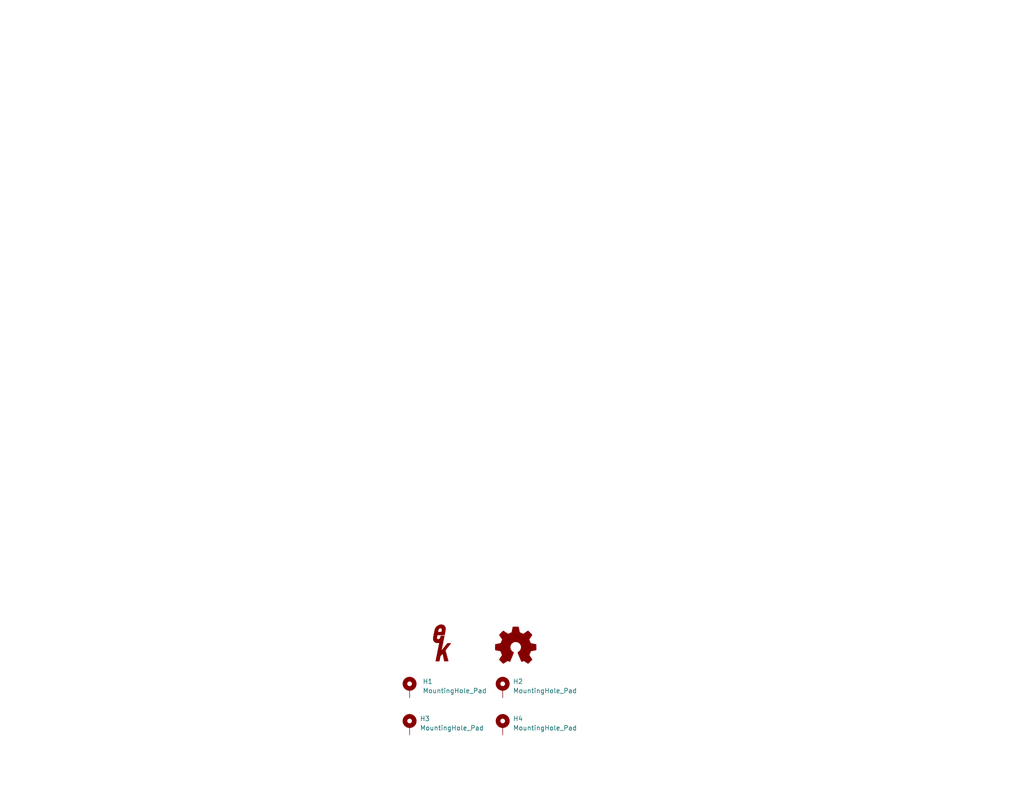
<source format=kicad_sch>
(kicad_sch (version 20230121) (generator eeschema)
  (paper "USLetter")
  (title_block (title "Project Yamhill") (rev "A") (company "Etherkit LLC"))
  (lib_symbols
    (symbol "EtherkitKicadLibrary:LOGO" (pin_names (offset 1.016))
      (symbol "LOGO_0_0"
        (polyline (pts (xy -0.7475 -4.875) (xy -0.7392 -4.83) (xy -0.7178 -4.7189) (xy -0.6879 -4.5659) (xy -0.6523 -4.3851) (xy -0.6135 -4.1903) (xy -0.5018 -3.6307) (xy -0.197 -3.2903) (xy -0.1646 -3.2542) (xy -0.0551 -3.1338) (xy 0.0366 -3.0352) (xy 0.1017 -2.9677) (xy 0.1315 -2.9408) (xy 0.1365 -2.9489) (xy 0.155 -3.0102) (xy 0.1838 -3.125) (xy 0.2211 -3.2856) (xy 0.2651 -3.4844) (xy 0.3142 -3.7137) (xy 0.3664 -3.9658) (xy 0.5778 -5) (xy 1.1222 -5) (xy 1.2378 -4.9996) (xy 1.4316 -4.9961) (xy 1.5649 -4.989) (xy 1.6419 -4.9777) (xy 1.6666 -4.9622) (xy 1.663 -4.9437) (xy 1.6438 -4.8666) (xy 1.6098 -4.7364) (xy 1.5628 -4.5598) (xy 1.5046 -4.3435) (xy 1.437 -4.0944) (xy 1.3618 -3.8192) (xy 1.2809 -3.5246) (xy 1.2287 -3.3348) (xy 1.1509 -3.0506) (xy 1.0799 -2.7894) (xy 1.0175 -2.5581) (xy 0.9656 -2.3637) (xy 0.926 -2.2129) (xy 0.9005 -2.1127) (xy 0.891 -2.0698) (xy 0.9054 -2.0396) (xy 0.9573 -1.9618) (xy 1.0423 -1.844) (xy 1.1559 -1.6925) (xy 1.2932 -1.5137) (xy 1.4495 -1.3137) (xy 1.6201 -1.099) (xy 1.7685 -0.9135) (xy 1.9293 -0.7119) (xy 2.0731 -0.5312) (xy 2.1948 -0.3776) (xy 2.2896 -0.2573) (xy 2.3525 -0.1766) (xy 2.3786 -0.1416) (xy 2.3787 -0.1415) (xy 2.3748 -0.1247) (xy 2.3346 -0.1129) (xy 2.2506 -0.1052) (xy 2.1151 -0.1012) (xy 1.9205 -0.1) (xy 1.4372 -0.1) (xy 0.6284 -1.132) (xy 0.5759 -1.1989) (xy 0.4011 -1.4209) (xy 0.2406 -1.6235) (xy 0.0987 -1.8012) (xy -0.02 -1.9484) (xy -0.1111 -2.0596) (xy -0.1701 -2.1292) (xy -0.1926 -2.1518) (xy -0.1923 -2.147) (xy -0.1832 -2.0918) (xy -0.1629 -1.9807) (xy -0.1327 -1.8203) (xy -0.0939 -1.6176) (xy -0.048 -1.3794) (xy 0.0038 -1.1127) (xy 0.0601 -0.8241) (xy 0.1194 -0.5207) (xy 0.1806 -0.2092) (xy 0.2422 0.1034) (xy 0.303 0.4104) (xy 0.3614 0.7049) (xy 0.4163 0.98) (xy 0.4662 1.2289) (xy 0.5098 1.4447) (xy 0.5457 1.6206) (xy 0.5727 1.7496) (xy 0.5893 1.825) (xy 0.6072 1.9) (xy 0.1073 1.9) (xy -0.3925 1.9) (xy -0.4342 1.675) (xy -0.499 1.4316) (xy -0.6002 1.2291) (xy -0.7342 1.0838) (xy -0.9006 0.9961) (xy -1.0987 0.9667) (xy -1.1609 0.974) (xy -1.2874 1.0299) (xy -1.3917 1.1269) (xy -1.4526 1.2482) (xy -1.4564 1.2857) (xy -1.4504 1.3934) (xy -1.4298 1.5453) (xy -1.3961 1.7283) (xy -1.3167 2.1167) (xy -0.3327 2.1255) (xy 0.6514 2.1344) (xy 0.7958 2.8849) (xy 0.8025 2.9198) (xy 0.8589 3.2262) (xy 0.8991 3.4782) (xy 0.9233 3.6852) (xy 0.9317 3.8567) (xy 0.9241 4.0019) (xy 0.9007 4.1304) (xy 0.8616 4.2514) (xy 0.8069 4.3744) (xy 0.7638 4.4545) (xy 0.6047 4.6644) (xy 0.4032 4.823) (xy 0.1589 4.9308) (xy -0.1287 4.9878) (xy -0.1579 4.9905) (xy -0.4377 4.9806) (xy -0.7232 4.9128) (xy -1.0046 4.7932) (xy -1.272 4.6277) (xy -1.5155 4.4223) (xy -1.7252 4.183) (xy -1.8913 3.9159) (xy -1.9165 3.8634) (xy -1.9482 3.787) (xy -1.9792 3.6966) (xy -2.0114 3.5851) (xy -2.0466 3.4449) (xy -2.0866 3.2687) (xy -2.1333 3.049) (xy -2.1498 2.968) (xy -1.1571 2.968) (xy -1.1549 2.9908) (xy -1.1525 2.9998) (xy -1.1352 3.0719) (xy -1.1099 3.1842) (xy -1.0812 3.3167) (xy -1.0754 3.3437) (xy -1.0195 3.5554) (xy -0.9547 3.7135) (xy -0.875 3.8295) (xy -0.7744 3.9152) (xy -0.6845 3.9662) (xy -0.5192 4.019) (xy -0.3652 4.0182) (xy -0.2331 3.9646) (xy -0.1335 3.8592) (xy -0.1289 3.8513) (xy -0.0862 3.7421) (xy -0.0719 3.6042) (xy -0.086 3.427) (xy -0.1282 3.2) (xy -0.1834 2.95) (xy -0.6776 2.9408) (xy -0.721 2.94) (xy -0.8996 2.9375) (xy -1.023 2.938) (xy -1.1007 2.9426) (xy -1.1422 2.9523) (xy -1.1571 2.968) (xy -2.1498 2.968) (xy -2.1885 2.7786) (xy -2.254 2.45) (xy -2.2784 2.3256) (xy -2.3436 1.9784) (xy -2.393 1.6859) (xy -2.4271 1.4409) (xy -2.4464 1.2359) (xy -2.4514 1.0636) (xy -2.4429 0.9165) (xy -2.4212 0.7874) (xy -2.3869 0.6687) (xy -2.3194 0.5275) (xy -2.1842 0.3503) (xy -2.0088 0.1938) (xy -1.8079 0.073) (xy -1.7593 0.0508) (xy -1.6803 0.0201) (xy -1.6007 0.0004) (xy -1.504 -0.0106) (xy -1.3737 -0.0155) (xy -1.1932 -0.0166) (xy -1.0296 -0.017) (xy -0.908 -0.0195) (xy -0.8331 -0.0256) (xy -0.7946 -0.0372) (xy -0.7822 -0.0558) (xy -0.7855 -0.0833) (xy -0.7943 -0.1252) (xy -0.8147 -0.2255) (xy -0.8455 -0.3779) (xy -0.8854 -0.5764) (xy -0.9333 -0.8146) (xy -0.9878 -1.0864) (xy -1.0478 -1.3857) (xy -1.112 -1.7062) (xy -1.1792 -2.0418) (xy -1.2481 -2.3862) (xy -1.3175 -2.7333) (xy -1.3861 -3.0769) (xy -1.4528 -3.4108) (xy -1.5163 -3.7289) (xy -1.5753 -4.0248) (xy -1.6286 -4.2926) (xy -1.675 -4.5259) (xy -1.7133 -4.7185) (xy -1.7422 -4.8644) (xy -1.7604 -4.9573) (xy -1.7667 -4.991) (xy -1.7588 -4.9926) (xy -1.6988 -4.9955) (xy -1.5893 -4.9978) (xy -1.442 -4.9994) (xy -1.2682 -5) (xy -0.7697 -5) (xy -0.7475 -4.875)) (stroke (width 0.01)) (fill (type outline)))
      )
    )
    (symbol "Graphic:Logo_Open_Hardware_Small" (in_bom no) (on_board no)
      (symbol "Logo_Open_Hardware_Small_0_1"
        (polyline (pts (xy 3.3528 -4.3434) (xy 3.302 -4.318) (xy 3.175 -4.2418) (xy 2.9972 -4.1148) (xy 2.7686 -3.9624) (xy 2.54 -3.81) (xy 2.3622 -3.7084) (xy 2.2352 -3.6068) (xy 2.1844 -3.5814) (xy 2.159 -3.6068) (xy 2.0574 -3.6576) (xy 1.905 -3.7338) (xy 1.8034 -3.7846) (xy 1.6764 -3.8354) (xy 1.6002 -3.8354) (xy 1.6002 -3.8354) (xy 1.5494 -3.7338) (xy 1.4732 -3.5306) (xy 1.3462 -3.302) (xy 1.2446 -3.0226) (xy 1.1176 -2.7178) (xy 0.9652 -2.413) (xy 0.8636 -2.1082) (xy 0.7366 -1.8288) (xy 0.6604 -1.6256) (xy 0.6096 -1.4732) (xy 0.5842 -1.397) (xy 0.5842 -1.397) (xy 0.6604 -1.3208) (xy 0.7874 -1.2446) (xy 1.0414 -1.016) (xy 1.2954 -0.6858) (xy 1.4478 -0.3302) (xy 1.524 0.0762) (xy 1.4732 0.4572) (xy 1.3208 0.8128) (xy 1.0668 1.143) (xy 0.762 1.3716) (xy 0.4064 1.524) (xy 0 1.5748) (xy -0.381 1.5494) (xy -0.7366 1.397) (xy -1.0668 1.143) (xy -1.2192 0.9906) (xy -1.397 0.6604) (xy -1.524 0.3048) (xy -1.524 0.2286) (xy -1.4986 -0.1778) (xy -1.397 -0.5334) (xy -1.1938 -0.8636) (xy -0.9144 -1.143) (xy -0.8636 -1.1684) (xy -0.7366 -1.27) (xy -0.635 -1.3462) (xy -0.5842 -1.397) (xy -1.0668 -2.5908) (xy -1.143 -2.794) (xy -1.2954 -3.1242) (xy -1.397 -3.4036) (xy -1.4986 -3.6322) (xy -1.5748 -3.7846) (xy -1.6002 -3.8354) (xy -1.6002 -3.8354) (xy -1.651 -3.8354) (xy -1.7272 -3.81) (xy -1.905 -3.7338) (xy -2.0066 -3.683) (xy -2.1336 -3.6068) (xy -2.2098 -3.5814) (xy -2.2606 -3.6068) (xy -2.3622 -3.683) (xy -2.54 -3.81) (xy -2.7686 -3.9624) (xy -2.9718 -4.0894) (xy -3.1496 -4.2164) (xy -3.302 -4.318) (xy -3.3528 -4.3434) (xy -3.3782 -4.3434) (xy -3.429 -4.318) (xy -3.5306 -4.2164) (xy -3.7084 -4.064) (xy -3.937 -3.8354) (xy -3.9624 -3.81) (xy -4.1656 -3.6068) (xy -4.318 -3.4544) (xy -4.4196 -3.3274) (xy -4.445 -3.2766) (xy -4.445 -3.2766) (xy -4.4196 -3.2258) (xy -4.318 -3.0734) (xy -4.2164 -2.8956) (xy -4.064 -2.667) (xy -3.6576 -2.0828) (xy -3.8862 -1.5494) (xy -3.937 -1.3716) (xy -4.0386 -1.1684) (xy -4.0894 -1.0414) (xy -4.1148 -0.9652) (xy -4.191 -0.9398) (xy -4.318 -0.9144) (xy -4.5466 -0.8636) (xy -4.8006 -0.8128) (xy -5.0546 -0.7874) (xy -5.2578 -0.7366) (xy -5.4356 -0.7112) (xy -5.5118 -0.6858) (xy -5.5118 -0.6858) (xy -5.5372 -0.635) (xy -5.5372 -0.5588) (xy -5.5372 -0.4318) (xy -5.5626 -0.2286) (xy -5.5626 0.0762) (xy -5.5626 0.127) (xy -5.5372 0.4064) (xy -5.5372 0.635) (xy -5.5372 0.762) (xy -5.5372 0.8382) (xy -5.5372 0.8382) (xy -5.461 0.8382) (xy -5.3086 0.889) (xy -5.08 0.9144) (xy -4.826 0.9652) (xy -4.8006 0.9906) (xy -4.5466 1.0414) (xy -4.318 1.0668) (xy -4.1656 1.1176) (xy -4.0894 1.143) (xy -4.0894 1.143) (xy -4.0386 1.2446) (xy -3.9624 1.4224) (xy -3.8608 1.6256) (xy -3.7846 1.8288) (xy -3.7084 2.0066) (xy -3.6576 2.159) (xy -3.6322 2.2098) (xy -3.6322 2.2098) (xy -3.683 2.286) (xy -3.7592 2.413) (xy -3.8862 2.5908) (xy -4.064 2.8194) (xy -4.064 2.8448) (xy -4.2164 3.0734) (xy -4.3434 3.2512) (xy -4.4196 3.3782) (xy -4.445 3.4544) (xy -4.445 3.4544) (xy -4.3942 3.5052) (xy -4.2926 3.6322) (xy -4.1148 3.81) (xy -3.937 4.0132) (xy -3.8608 4.064) (xy -3.6576 4.2926) (xy -3.5052 4.4196) (xy -3.4036 4.4958) (xy -3.3528 4.5212) (xy -3.3528 4.5212) (xy -3.302 4.4704) (xy -3.1496 4.3688) (xy -2.9718 4.2418) (xy -2.7432 4.0894) (xy -2.7178 4.0894) (xy -2.4892 3.937) (xy -2.3114 3.81) (xy -2.1844 3.7084) (xy -2.1336 3.683) (xy -2.1082 3.683) (xy -2.032 3.7084) (xy -1.8542 3.7592) (xy -1.6764 3.8354) (xy -1.4732 3.937) (xy -1.27 4.0132) (xy -1.143 4.064) (xy -1.0668 4.1148) (xy -1.0668 4.1148) (xy -1.0414 4.191) (xy -1.016 4.3434) (xy -0.9652 4.572) (xy -0.9144 4.8514) (xy -0.889 4.9022) (xy -0.8382 5.1562) (xy -0.8128 5.3848) (xy -0.7874 5.5372) (xy -0.762 5.588) (xy -0.7112 5.6134) (xy -0.5842 5.6134) (xy -0.4064 5.6134) (xy -0.1524 5.6134) (xy 0.0762 5.6134) (xy 0.3302 5.6134) (xy 0.5334 5.6134) (xy 0.6858 5.588) (xy 0.7366 5.588) (xy 0.7366 5.588) (xy 0.762 5.5118) (xy 0.8128 5.334) (xy 0.8382 5.1054) (xy 0.9144 4.826) (xy 0.9144 4.7752) (xy 0.9652 4.5212) (xy 1.016 4.2926) (xy 1.0414 4.1402) (xy 1.0668 4.0894) (xy 1.0668 4.0894) (xy 1.1938 4.0386) (xy 1.3716 3.9624) (xy 1.5748 3.8608) (xy 2.0828 3.6576) (xy 2.7178 4.0894) (xy 2.7686 4.1402) (xy 2.9972 4.2926) (xy 3.175 4.4196) (xy 3.302 4.4958) (xy 3.3782 4.5212) (xy 3.3782 4.5212) (xy 3.429 4.4704) (xy 3.556 4.3434) (xy 3.7338 4.191) (xy 3.9116 3.9878) (xy 4.064 3.8354) (xy 4.2418 3.6576) (xy 4.3434 3.556) (xy 4.4196 3.4798) (xy 4.4196 3.429) (xy 4.4196 3.4036) (xy 4.3942 3.3274) (xy 4.2926 3.2004) (xy 4.1656 2.9972) (xy 4.0132 2.794) (xy 3.8862 2.5908) (xy 3.7592 2.3876) (xy 3.6576 2.2352) (xy 3.6322 2.159) (xy 3.6322 2.1336) (xy 3.683 2.0066) (xy 3.7592 1.8288) (xy 3.8608 1.6002) (xy 4.064 1.1176) (xy 4.3942 1.0414) (xy 4.5974 1.016) (xy 4.8768 0.9652) (xy 5.1308 0.9144) (xy 5.5372 0.8382) (xy 5.5626 -0.6604) (xy 5.4864 -0.6858) (xy 5.4356 -0.6858) (xy 5.2832 -0.7366) (xy 5.0546 -0.762) (xy 4.8006 -0.8128) (xy 4.5974 -0.8636) (xy 4.3688 -0.9144) (xy 4.2164 -0.9398) (xy 4.1402 -0.9398) (xy 4.1148 -0.9652) (xy 4.064 -1.0668) (xy 3.9878 -1.2446) (xy 3.9116 -1.4478) (xy 3.81 -1.651) (xy 3.7338 -1.8542) (xy 3.683 -2.0066) (xy 3.6576 -2.0828) (xy 3.683 -2.1336) (xy 3.7846 -2.2606) (xy 3.8862 -2.4638) (xy 4.0386 -2.667) (xy 4.191 -2.8956) (xy 4.318 -3.0734) (xy 4.3942 -3.2004) (xy 4.445 -3.2766) (xy 4.4196 -3.3274) (xy 4.3434 -3.429) (xy 4.1656 -3.5814) (xy 3.937 -3.8354) (xy 3.8862 -3.8608) (xy 3.683 -4.064) (xy 3.5306 -4.2164) (xy 3.4036 -4.318) (xy 3.3528 -4.3434)) (fill (type outline)))
      )
    )
    (symbol "Mechanical:MountingHole_Pad" (pin_numbers hide) (pin_names (offset 1.016) hide)
      (property "Reference" "H" (at 0 6.35 0))
      (property "Value" "MountingHole_Pad" (at 0 4.445 0))
      (symbol "MountingHole_Pad_0_1"
        (circle (center 0 1.27) (radius 1.27) (stroke (width 1.27)))
      )
      (symbol "MountingHole_Pad_1_1"
        (pin input line (at 0 -2.54 90) (length 2.54) (name "1") (number "1"))
      )
    )
  )
  (symbol (lib_id "Graphic:Logo_Open_Hardware_Small") (at 140.716 176.784 0) (unit 1) (in_bom no) (on_board no)
    (property "Reference" "#SYM1" (effects hide))
    (property "Value" "Logo_Open_Hardware_Small" (effects hide))
    (property "Footprint" "EtherkitKicadLibrary:OSHWLogo4mm" (effects hide))
    (property "Sim.Enable" "0" (effects hide))
  )
  (symbol (lib_id "Mechanical:MountingHole_Pad") (at 111.76 198.12 0) (unit 1)
    (property "Reference" "H3" (at 114.554 196.215 0) (effects (justify left)))
    (property "Value" "MountingHole_Pad" (at 114.554 198.755 0) (effects (justify left)))
    (property "Footprint" "MountingHole:MountingHole_3.2mm_M3_Pad_Via" (effects hide))
  )
  (symbol (lib_id "Mechanical:MountingHole_Pad") (at 111.76 187.96 0) (unit 1)
    (property "Reference" "H1" (at 115.316 186.055 0) (effects (justify left)))
    (property "Value" "MountingHole_Pad" (at 115.316 188.595 0) (effects (justify left)))
    (property "Footprint" "MountingHole:MountingHole_3.2mm_M3_Pad_Via" (effects hide))
  )
  (symbol (lib_id "Mechanical:MountingHole_Pad") (at 137.16 187.96 0) (unit 1)
    (property "Reference" "H2" (at 139.954 186.055 0) (effects (justify left)))
    (property "Value" "MountingHole_Pad" (at 139.954 188.595 0) (effects (justify left)))
    (property "Footprint" "MountingHole:MountingHole_3.2mm_M3_Pad_Via" (effects hide))
  )
  (symbol (lib_id "Mechanical:MountingHole_Pad") (at 137.16 198.12 0) (unit 1)
    (property "Reference" "H4" (at 139.954 196.215 0) (effects (justify left)))
    (property "Value" "MountingHole_Pad" (at 139.954 198.755 0) (effects (justify left)))
    (property "Footprint" "MountingHole:MountingHole_3.2mm_M3_Pad_Via" (effects hide))
  )
  (symbol (lib_id "EtherkitKicadLibrary:LOGO") (at 120.65 175.514 0) (unit 1)
    (property "Reference" "#G1" (effects hide))
    (property "Value" "LOGO" (effects hide))
    (property "Footprint" "EtherkitKicadLibrary:EtherkitLogoSmall" (effects hide))
  )
)
</source>
